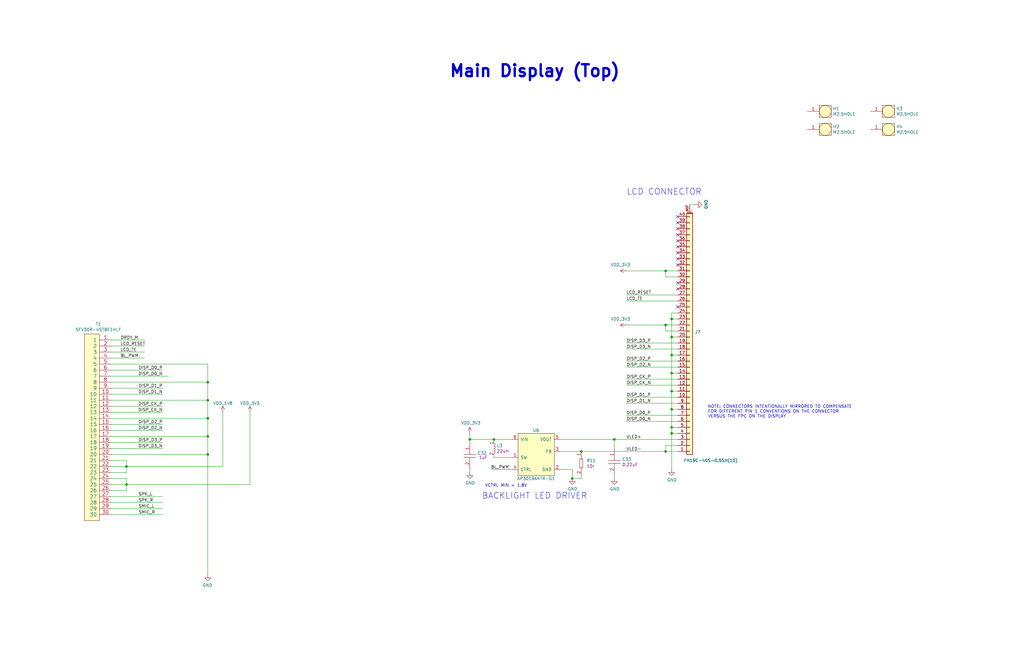
<source format=kicad_sch>
(kicad_sch (version 20230121) (generator eeschema)
  (paper "USLedger")
  (lib_symbols
    (symbol "Connector_Generic_MountingPin:Conn_01x40_MountingPin" (pin_names (offset 1.016) hide)
      (property "Reference" "J" (at 0 50.8 0))
      (property "Value" "Conn_01x40_MountingPin" (at 1.27 -53.34 0))
      (symbol "Conn_01x40_MountingPin_1_1"
        (rectangle (start -1.27 -50.673) (end 0 -50.927) (stroke (width 0.1524)))
        (rectangle (start -1.27 -48.133) (end 0 -48.387) (stroke (width 0.1524)))
        (rectangle (start -1.27 -45.593) (end 0 -45.847) (stroke (width 0.1524)))
        (rectangle (start -1.27 -43.053) (end 0 -43.307) (stroke (width 0.1524)))
        (rectangle (start -1.27 -40.513) (end 0 -40.767) (stroke (width 0.1524)))
        (rectangle (start -1.27 -37.973) (end 0 -38.227) (stroke (width 0.1524)))
        (rectangle (start -1.27 -35.433) (end 0 -35.687) (stroke (width 0.1524)))
        (rectangle (start -1.27 -32.893) (end 0 -33.147) (stroke (width 0.1524)))
        (rectangle (start -1.27 -30.353) (end 0 -30.607) (stroke (width 0.1524)))
        (rectangle (start -1.27 -27.813) (end 0 -28.067) (stroke (width 0.1524)))
        (rectangle (start -1.27 -25.273) (end 0 -25.527) (stroke (width 0.1524)))
        (rectangle (start -1.27 -22.733) (end 0 -22.987) (stroke (width 0.1524)))
        (rectangle (start -1.27 -20.193) (end 0 -20.447) (stroke (width 0.1524)))
        (rectangle (start -1.27 -17.653) (end 0 -17.907) (stroke (width 0.1524)))
        (rectangle (start -1.27 -15.113) (end 0 -15.367) (stroke (width 0.1524)))
        (rectangle (start -1.27 -12.573) (end 0 -12.827) (stroke (width 0.1524)))
        (rectangle (start -1.27 -10.033) (end 0 -10.287) (stroke (width 0.1524)))
        (rectangle (start -1.27 -7.493) (end 0 -7.747) (stroke (width 0.1524)))
        (rectangle (start -1.27 -4.953) (end 0 -5.207) (stroke (width 0.1524)))
        (rectangle (start -1.27 -2.413) (end 0 -2.667) (stroke (width 0.1524)))
        (rectangle (start -1.27 0.127) (end 0 -0.127) (stroke (width 0.1524)))
        (rectangle (start -1.27 2.667) (end 0 2.413) (stroke (width 0.1524)))
        (rectangle (start -1.27 5.207) (end 0 4.953) (stroke (width 0.1524)))
        (rectangle (start -1.27 7.747) (end 0 7.493) (stroke (width 0.1524)))
        (rectangle (start -1.27 10.287) (end 0 10.033) (stroke (width 0.1524)))
        (rectangle (start -1.27 12.827) (end 0 12.573) (stroke (width 0.1524)))
        (rectangle (start -1.27 15.367) (end 0 15.113) (stroke (width 0.1524)))
        (rectangle (start -1.27 17.907) (end 0 17.653) (stroke (width 0.1524)))
        (rectangle (start -1.27 20.447) (end 0 20.193) (stroke (width 0.1524)))
        (rectangle (start -1.27 22.987) (end 0 22.733) (stroke (width 0.1524)))
        (rectangle (start -1.27 25.527) (end 0 25.273) (stroke (width 0.1524)))
        (rectangle (start -1.27 28.067) (end 0 27.813) (stroke (width 0.1524)))
        (rectangle (start -1.27 30.607) (end 0 30.353) (stroke (width 0.1524)))
        (rectangle (start -1.27 33.147) (end 0 32.893) (stroke (width 0.1524)))
        (rectangle (start -1.27 35.687) (end 0 35.433) (stroke (width 0.1524)))
        (rectangle (start -1.27 38.227) (end 0 37.973) (stroke (width 0.1524)))
        (rectangle (start -1.27 40.767) (end 0 40.513) (stroke (width 0.1524)))
        (rectangle (start -1.27 43.307) (end 0 43.053) (stroke (width 0.1524)))
        (rectangle (start -1.27 45.847) (end 0 45.593) (stroke (width 0.1524)))
        (rectangle (start -1.27 48.387) (end 0 48.133) (stroke (width 0.1524)))
        (rectangle (start -1.27 49.53) (end 1.27 -52.07) (stroke (width 0.254)) (fill (type background)))
        (polyline (pts (xy -1.016 -52.832) (xy 1.016 -52.832)) (stroke (width 0.1524)))
        (text "Mounting" (at 0 -52.451 0) (effects (font (size 0.381 0.381))))
        (pin passive line (at -5.08 48.26 0) (length 3.81) (name "Pin_1") (number "1"))
        (pin passive line (at -5.08 25.4 0) (length 3.81) (name "Pin_10") (number "10"))
        (pin passive line (at -5.08 22.86 0) (length 3.81) (name "Pin_11") (number "11"))
        (pin passive line (at -5.08 20.32 0) (length 3.81) (name "Pin_12") (number "12"))
        (pin passive line (at -5.08 17.78 0) (length 3.81) (name "Pin_13") (number "13"))
        (pin passive line (at -5.08 15.24 0) (length 3.81) (name "Pin_14") (number "14"))
        (pin passive line (at -5.08 12.7 0) (length 3.81) (name "Pin_15") (number "15"))
        (pin passive line (at -5.08 10.16 0) (length 3.81) (name "Pin_16") (number "16"))
        (pin passive line (at -5.08 7.62 0) (length 3.81) (name "Pin_17") (number "17"))
        (pin passive line (at -5.08 5.08 0) (length 3.81) (name "Pin_18") (number "18"))
        (pin passive line (at -5.08 2.54 0) (length 3.81) (name "Pin_19") (number "19"))
        (pin passive line (at -5.08 45.72 0) (length 3.81) (name "Pin_2") (number "2"))
        (pin passive line (at -5.08 0 0) (length 3.81) (name "Pin_20") (number "20"))
        (pin passive line (at -5.08 -2.54 0) (length 3.81) (name "Pin_21") (number "21"))
        (pin passive line (at -5.08 -5.08 0) (length 3.81) (name "Pin_22") (number "22"))
        (pin passive line (at -5.08 -7.62 0) (length 3.81) (name "Pin_23") (number "23"))
        (pin passive line (at -5.08 -10.16 0) (length 3.81) (name "Pin_24") (number "24"))
        (pin passive line (at -5.08 -12.7 0) (length 3.81) (name "Pin_25") (number "25"))
        (pin passive line (at -5.08 -15.24 0) (length 3.81) (name "Pin_26") (number "26"))
        (pin passive line (at -5.08 -17.78 0) (length 3.81) (name "Pin_27") (number "27"))
        (pin passive line (at -5.08 -20.32 0) (length 3.81) (name "Pin_28") (number "28"))
        (pin passive line (at -5.08 -22.86 0) (length 3.81) (name "Pin_29") (number "29"))
        (pin passive line (at -5.08 43.18 0) (length 3.81) (name "Pin_3") (number "3"))
        (pin passive line (at -5.08 -25.4 0) (length 3.81) (name "Pin_30") (number "30"))
        (pin passive line (at -5.08 -27.94 0) (length 3.81) (name "Pin_31") (number "31"))
        (pin passive line (at -5.08 -30.48 0) (length 3.81) (name "Pin_32") (number "32"))
        (pin passive line (at -5.08 -33.02 0) (length 3.81) (name "Pin_33") (number "33"))
        (pin passive line (at -5.08 -35.56 0) (length 3.81) (name "Pin_34") (number "34"))
        (pin passive line (at -5.08 -38.1 0) (length 3.81) (name "Pin_35") (number "35"))
        (pin passive line (at -5.08 -40.64 0) (length 3.81) (name "Pin_36") (number "36"))
        (pin passive line (at -5.08 -43.18 0) (length 3.81) (name "Pin_37") (number "37"))
        (pin passive line (at -5.08 -45.72 0) (length 3.81) (name "Pin_38") (number "38"))
        (pin passive line (at -5.08 -48.26 0) (length 3.81) (name "Pin_39") (number "39"))
        (pin passive line (at -5.08 40.64 0) (length 3.81) (name "Pin_4") (number "4"))
        (pin passive line (at -5.08 -50.8 0) (length 3.81) (name "Pin_40") (number "40"))
        (pin passive line (at -5.08 38.1 0) (length 3.81) (name "Pin_5") (number "5"))
        (pin passive line (at -5.08 35.56 0) (length 3.81) (name "Pin_6") (number "6"))
        (pin passive line (at -5.08 33.02 0) (length 3.81) (name "Pin_7") (number "7"))
        (pin passive line (at -5.08 30.48 0) (length 3.81) (name "Pin_8") (number "8"))
        (pin passive line (at -5.08 27.94 0) (length 3.81) (name "Pin_9") (number "9"))
        (pin passive line (at 0 -55.88 90) (length 3.048) (name "MountPin") (number "MP"))
      )
    )
    (symbol "kimchi_ulid:AP3019AKTR-G1" (pin_names (offset 1.016))
      (property "Reference" "U" (at 0 6.35 0))
      (property "Value" "AP3019AKTR-G1" (at 0 -15.24 0))
      (symbol "AP3019AKTR-G1_0_1"
        (rectangle (start -7.62 5.08) (end 7.62 -12.7) (fill (type background)))
      )
      (symbol "AP3019AKTR-G1_1_1"
        (pin input line (at -10.16 -5.08 0) (length 2.54) (name "SW") (number "1"))
        (pin power_in line (at 10.16 -10.16 180) (length 2.54) (name "GND") (number "2"))
        (pin input line (at 10.16 -2.54 180) (length 2.54) (name "FB") (number "3"))
        (pin input line (at -10.16 -10.16 0) (length 2.54) (name "CTRL") (number "4"))
        (pin power_out line (at 10.16 2.54 180) (length 2.54) (name "VOUT") (number "5"))
        (pin power_in line (at -10.16 2.54 0) (length 2.54) (name "VIN") (number "6"))
      )
    )
    (symbol "kimchi_ulid:C0603C105K4PAC7411" (pin_names (offset 1.016))
      (property "Reference" "C" (at -2.54 2.54 0))
      (property "_Value_" "1uF" (at 58.42 63.5 0))
      (symbol "C0603C105K4PAC7411_1_1"
        (polyline (pts (xy 0 2.54) (xy 0 -2.54)))
        (polyline (pts (xy 1.27 2.54) (xy 1.27 -2.54)))
        (pin input line (at -5.08 0 0) (length 5.08) (name "~") (number "1"))
        (pin input line (at 6.35 0 180) (length 5.08) (name "~") (number "2"))
      )
    )
    (symbol "kimchi_ulid:CGA3E3X7R1H224K080AB" (pin_names (offset 1.016))
      (property "Reference" "C" (at -2.54 2.54 0))
      (property "_Value_" "0.22uF" (at 58.42 63.5 0))
      (symbol "CGA3E3X7R1H224K080AB_1_1"
        (polyline (pts (xy 0 2.54) (xy 0 -2.54)))
        (polyline (pts (xy 1.27 2.54) (xy 1.27 -2.54)))
        (pin input line (at -5.08 0 0) (length 5.08) (name "~") (number "1"))
        (pin input line (at 6.35 0 180) (length 5.08) (name "~") (number "2"))
      )
    )
    (symbol "kimchi_ulid:M2.5HOLE" (pin_names (offset 1.016))
      (property "Reference" "H" (at 0 -5.08 0))
      (property "Value" "M2.5HOLE" (at -2.54 5.08 0))
      (symbol "M2.5HOLE_0_1"
        (rectangle (start 0 2.54) (end 5.08 -2.54) (fill (type background)))
        (circle (center 2.54 0) (radius 2.54))
      )
      (symbol "M2.5HOLE_1_1"
        (pin passive line (at -5.08 0 0) (length 5.08) (name "~") (number "1"))
      )
    )
    (symbol "kimchi_ulid:RE0603FRE0710RL" (pin_names (offset 1.016))
      (property "Reference" "R" (at -2.54 2.54 0))
      (property "Value" "RE0603FRE0710RL" (at 1.27 5.08 0))
      (property "_Value_" "10r" (at 58.42 63.5 0))
      (symbol "RE0603FRE0710RL_0_1"
        (rectangle (start -1.905 0.635) (end 1.905 -0.635))
        (polyline (pts (xy -2.54 0) (xy -1.905 0)))
        (polyline (pts (xy -1.905 0) (xy -1.905 0)))
        (polyline (pts (xy 1.905 0) (xy 1.905 0)))
        (polyline (pts (xy 2.54 0) (xy 1.905 0)))
      )
      (symbol "RE0603FRE0710RL_1_1"
        (pin passive line (at -5.08 0 0) (length 2.5146) (name "~") (number "1"))
        (pin passive line (at 5.08 0 180) (length 2.5146) (name "~") (number "2"))
      )
    )
    (symbol "kimchi_ulid:SFV30R-4STBE1HLF" (pin_names (offset 1.016))
      (property "Reference" "T" (at -6.35 6.35 0))
      (property "Value" "SFV30R-4STBE1HLF" (at 7.62 -77.47 0))
      (symbol "SFV30R-4STBE1HLF_0_1"
        (rectangle (start 0 2.54) (end 6.35 -76.2) (fill (type background)))
      )
      (symbol "SFV30R-4STBE1HLF_1_1"
        (pin unspecified line (at -5.08 0 0) (length 5.08) (name "1") (number "1"))
        (pin unspecified line (at -5.08 -22.86 0) (length 5.08) (name "10") (number "10"))
        (pin unspecified line (at -5.08 -25.4 0) (length 5.08) (name "11") (number "11"))
        (pin unspecified line (at -5.08 -27.94 0) (length 5.08) (name "12") (number "12"))
        (pin unspecified line (at -5.08 -30.48 0) (length 5.08) (name "13") (number "13"))
        (pin unspecified line (at -5.08 -33.02 0) (length 5.08) (name "14") (number "14"))
        (pin unspecified line (at -5.08 -35.56 0) (length 5.08) (name "15") (number "15"))
        (pin unspecified line (at -5.08 -38.1 0) (length 5.08) (name "16") (number "16"))
        (pin unspecified line (at -5.08 -40.64 0) (length 5.08) (name "17") (number "17"))
        (pin unspecified line (at -5.08 -43.18 0) (length 5.08) (name "18") (number "18"))
        (pin unspecified line (at -5.08 -45.72 0) (length 5.08) (name "19") (number "19"))
        (pin unspecified line (at -5.08 -2.54 0) (length 5.08) (name "2") (number "2"))
        (pin unspecified line (at -5.08 -48.26 0) (length 5.08) (name "20") (number "20"))
        (pin unspecified line (at -5.08 -50.8 0) (length 5.08) (name "21") (number "21"))
        (pin unspecified line (at -5.08 -53.34 0) (length 5.08) (name "22") (number "22"))
        (pin unspecified line (at -5.08 -55.88 0) (length 5.08) (name "23") (number "23"))
        (pin unspecified line (at -5.08 -58.42 0) (length 5.08) (name "24") (number "24"))
        (pin unspecified line (at -5.08 -60.96 0) (length 5.08) (name "25") (number "25"))
        (pin unspecified line (at -5.08 -63.5 0) (length 5.08) (name "26") (number "26"))
        (pin unspecified line (at -5.08 -66.04 0) (length 5.08) (name "27") (number "27"))
        (pin unspecified line (at -5.08 -68.58 0) (length 5.08) (name "28") (number "28"))
        (pin unspecified line (at -5.08 -71.12 0) (length 5.08) (name "29") (number "29"))
        (pin unspecified line (at -5.08 -5.08 0) (length 5.08) (name "3") (number "3"))
        (pin unspecified line (at -5.08 -73.66 0) (length 5.08) (name "30") (number "30"))
        (pin unspecified line (at -5.08 -7.62 0) (length 5.08) (name "4") (number "4"))
        (pin unspecified line (at -5.08 -10.16 0) (length 5.08) (name "5") (number "5"))
        (pin unspecified line (at -5.08 -12.7 0) (length 5.08) (name "6") (number "6"))
        (pin unspecified line (at -5.08 -15.24 0) (length 5.08) (name "7") (number "7"))
        (pin unspecified line (at -5.08 -17.78 0) (length 5.08) (name "8") (number "8"))
        (pin unspecified line (at -5.08 -20.32 0) (length 5.08) (name "9") (number "9"))
      )
    )
    (symbol "kimchi_ulid:TYA4012220M-10" (pin_names (offset 1.016))
      (property "Reference" "L" (at -2.54 2.54 0))
      (property "_Value_" "22uH" (at 58.42 63.5 0))
      (symbol "TYA4012220M-10_1_1"
        (arc (start 0 -2.032) (mid 0.5058 -1.524) (end 0 -1.016))
        (arc (start 0 -1.016) (mid 0.5058 -0.508) (end 0 0))
        (arc (start 0 0) (mid 0.5058 0.508) (end 0 1.016))
        (arc (start 0 1.016) (mid 0.5058 1.524) (end 0 2.032))
        (pin passive line (at 0 2.54 270) (length 0.508) (name "~") (number "1"))
        (pin passive line (at 0 -2.54 90) (length 0.508) (name "~") (number "2"))
      )
    )
    (symbol "kimchi_ulid:VDD_1V8" (power) (pin_names (offset 0))
      (property "Value" "VDD_1V8" (at 0 3.556 0))
      (symbol "VDD_1V8_0_1"
        (polyline (pts (xy -0.762 1.27) (xy 0 2.54)))
        (polyline (pts (xy 0 0) (xy 0 2.54)))
        (polyline (pts (xy 0 2.54) (xy 0.762 1.27)))
      )
      (symbol "VDD_1V8_1_1"
        (pin power_in line (at 0 0 90) (length 0) hide (name "VDD_1V8") (number "1"))
      )
    )
    (symbol "kimchi_ulid:VDD_3V3" (power) (pin_names (offset 0))
      (property "Value" "VDD_3V3" (at 0 3.556 0))
      (symbol "VDD_3V3_0_1"
        (polyline (pts (xy -0.762 1.27) (xy 0 2.54)))
        (polyline (pts (xy 0 0) (xy 0 2.54)))
        (polyline (pts (xy 0 2.54) (xy 0.762 1.27)))
      )
      (symbol "VDD_3V3_1_1"
        (pin power_in line (at 0 0 90) (length 0) hide (name "VDD_3V3") (number "1"))
      )
    )
    (symbol "power:GND" (power) (pin_names (offset 0))
      (property "Value" "GND" (at 0 -3.81 0))
      (symbol "GND_0_1"
        (polyline (pts (xy 0 0) (xy 0 -1.27) (xy 1.27 -1.27) (xy 0 -2.54) (xy -1.27 -1.27) (xy 0 -1.27)))
      )
      (symbol "GND_1_1"
        (pin power_in line (at 0 0 270) (length 0) hide (name "GND") (number "1"))
      )
    )
  )
  (junction (at 87.63 184.15))
  (junction (at 280.67 190.5))
  (junction (at 283.21 165.1))
  (junction (at 87.63 191.77))
  (junction (at 280.67 114.3))
  (junction (at 241.3 201.93))
  (junction (at 283.21 172.72))
  (junction (at 283.21 157.48))
  (junction (at 87.63 168.91))
  (junction (at 208.28 185.42))
  (junction (at 53.34 204.47))
  (junction (at 280.67 137.16))
  (junction (at 245.11 190.5))
  (junction (at 53.34 196.85))
  (junction (at 283.21 142.24))
  (junction (at 259.08 185.42))
  (junction (at 198.12 185.42))
  (junction (at 283.21 182.88))
  (junction (at 283.21 149.86))
  (junction (at 87.63 161.29))
  (junction (at 283.21 180.34))
  (junction (at 283.21 134.62))
  (junction (at 87.63 176.53))
  (no_connect (at 285.75 119.38))
  (no_connect (at 285.75 106.68))
  (no_connect (at 285.75 99.06))
  (no_connect (at 285.75 93.98))
  (no_connect (at 285.75 111.76))
  (no_connect (at 285.75 121.92))
  (no_connect (at 285.75 91.44))
  (no_connect (at 285.75 96.52))
  (no_connect (at 285.75 101.6))
  (no_connect (at 285.75 129.54))
  (no_connect (at 285.75 109.22))
  (no_connect (at 285.75 104.14))
  (wire (pts (xy 46.99 176.53) (xy 87.63 176.53)))
  (wire (pts (xy 283.21 180.34) (xy 283.21 182.88)))
  (wire (pts (xy 46.99 158.75) (xy 71.12 158.75)))
  (wire (pts (xy 285.75 154.94) (xy 264.16 154.94)))
  (wire (pts (xy 46.99 163.83) (xy 68.58 163.83)))
  (wire (pts (xy 285.75 177.8) (xy 264.16 177.8)))
  (wire (pts (xy 285.75 165.1) (xy 283.21 165.1)))
  (wire (pts (xy 53.34 207.01) (xy 46.99 207.01)))
  (wire (pts (xy 53.34 201.93) (xy 53.34 204.47)))
  (wire (pts (xy 46.99 151.13) (xy 60.96 151.13)))
  (wire (pts (xy 87.63 184.15) (xy 87.63 191.77)))
  (wire (pts (xy 53.34 196.85) (xy 53.34 199.39)))
  (wire (pts (xy 285.75 180.34) (xy 283.21 180.34)))
  (wire (pts (xy 198.12 182.88) (xy 198.12 185.42)))
  (wire (pts (xy 46.99 196.85) (xy 53.34 196.85)))
  (wire (pts (xy 241.3 201.93) (xy 245.11 201.93)))
  (wire (pts (xy 285.75 114.3) (xy 280.67 114.3)))
  (wire (pts (xy 241.3 198.12) (xy 241.3 201.93)))
  (wire (pts (xy 280.67 187.96) (xy 280.67 190.5)))
  (wire (pts (xy 53.34 194.31) (xy 53.34 196.85)))
  (wire (pts (xy 46.99 143.51) (xy 60.96 143.51)))
  (wire (pts (xy 46.99 209.55) (xy 68.58 209.55)))
  (wire (pts (xy 280.67 137.16) (xy 264.16 137.16)))
  (wire (pts (xy 198.12 186.69) (xy 198.12 185.42)))
  (wire (pts (xy 46.99 171.45) (xy 68.58 171.45)))
  (wire (pts (xy 285.75 172.72) (xy 283.21 172.72)))
  (wire (pts (xy 285.75 132.08) (xy 283.21 132.08)))
  (wire (pts (xy 46.99 189.23) (xy 68.58 189.23)))
  (wire (pts (xy 53.34 199.39) (xy 46.99 199.39)))
  (wire (pts (xy 285.75 190.5) (xy 280.67 190.5)))
  (wire (pts (xy 46.99 153.67) (xy 87.63 153.67)))
  (wire (pts (xy 280.67 116.84) (xy 280.67 114.3)))
  (wire (pts (xy 93.98 173.99) (xy 93.98 196.85)))
  (wire (pts (xy 46.99 166.37) (xy 68.58 166.37)))
  (wire (pts (xy 46.99 212.09) (xy 68.58 212.09)))
  (wire (pts (xy 285.75 157.48) (xy 283.21 157.48)))
  (wire (pts (xy 46.99 148.59) (xy 60.96 148.59)))
  (wire (pts (xy 285.75 162.56) (xy 264.16 162.56)))
  (wire (pts (xy 285.75 167.64) (xy 264.16 167.64)))
  (wire (pts (xy 283.21 172.72) (xy 283.21 180.34)))
  (wire (pts (xy 280.67 114.3) (xy 264.16 114.3)))
  (wire (pts (xy 46.99 191.77) (xy 87.63 191.77)))
  (wire (pts (xy 87.63 176.53) (xy 87.63 184.15)))
  (wire (pts (xy 46.99 194.31) (xy 53.34 194.31)))
  (wire (pts (xy 68.58 186.69) (xy 46.99 186.69)))
  (wire (pts (xy 283.21 134.62) (xy 283.21 142.24)))
  (wire (pts (xy 283.21 165.1) (xy 283.21 172.72)))
  (wire (pts (xy 283.21 149.86) (xy 283.21 157.48)))
  (wire (pts (xy 215.9 185.42) (xy 208.28 185.42)))
  (wire (pts (xy 285.75 139.7) (xy 280.67 139.7)))
  (wire (pts (xy 87.63 168.91) (xy 87.63 176.53)))
  (wire (pts (xy 285.75 170.18) (xy 264.16 170.18)))
  (wire (pts (xy 285.75 134.62) (xy 283.21 134.62)))
  (wire (pts (xy 283.21 157.48) (xy 283.21 165.1)))
  (wire (pts (xy 46.99 217.17) (xy 68.58 217.17)))
  (wire (pts (xy 236.22 185.42) (xy 259.08 185.42)))
  (wire (pts (xy 280.67 139.7) (xy 280.67 137.16)))
  (wire (pts (xy 46.99 168.91) (xy 87.63 168.91)))
  (wire (pts (xy 285.75 127) (xy 264.16 127)))
  (wire (pts (xy 285.75 152.4) (xy 264.16 152.4)))
  (wire (pts (xy 236.22 198.12) (xy 241.3 198.12)))
  (wire (pts (xy 46.99 156.21) (xy 68.58 156.21)))
  (wire (pts (xy 245.11 190.5) (xy 280.67 190.5)))
  (wire (pts (xy 208.28 185.42) (xy 198.12 185.42)))
  (wire (pts (xy 285.75 142.24) (xy 283.21 142.24)))
  (wire (pts (xy 245.11 201.93) (xy 245.11 200.66)))
  (wire (pts (xy 46.99 146.05) (xy 60.96 146.05)))
  (wire (pts (xy 285.75 116.84) (xy 280.67 116.84)))
  (wire (pts (xy 198.12 198.12) (xy 198.12 199.39)))
  (wire (pts (xy 259.08 189.23) (xy 259.08 185.42)))
  (wire (pts (xy 215.9 198.12) (xy 207.01 198.12)))
  (wire (pts (xy 46.99 204.47) (xy 53.34 204.47)))
  (wire (pts (xy 285.75 187.96) (xy 280.67 187.96)))
  (wire (pts (xy 46.99 161.29) (xy 87.63 161.29)))
  (wire (pts (xy 285.75 147.32) (xy 264.16 147.32)))
  (wire (pts (xy 53.34 204.47) (xy 105.41 204.47)))
  (wire (pts (xy 46.99 201.93) (xy 53.34 201.93)))
  (wire (pts (xy 285.75 182.88) (xy 283.21 182.88)))
  (wire (pts (xy 87.63 161.29) (xy 87.63 168.91)))
  (wire (pts (xy 215.9 193.04) (xy 208.28 193.04)))
  (wire (pts (xy 259.08 185.42) (xy 285.75 185.42)))
  (wire (pts (xy 283.21 132.08) (xy 283.21 134.62)))
  (wire (pts (xy 285.75 149.86) (xy 283.21 149.86)))
  (wire (pts (xy 208.28 186.69) (xy 208.28 185.42)))
  (wire (pts (xy 259.08 200.66) (xy 259.08 201.93)))
  (wire (pts (xy 208.28 193.04) (xy 208.28 191.77)))
  (wire (pts (xy 236.22 190.5) (xy 245.11 190.5)))
  (wire (pts (xy 46.99 214.63) (xy 68.58 214.63)))
  (wire (pts (xy 46.99 173.99) (xy 68.58 173.99)))
  (wire (pts (xy 285.75 160.02) (xy 264.16 160.02)))
  (wire (pts (xy 105.41 173.99) (xy 105.41 204.47)))
  (wire (pts (xy 87.63 153.67) (xy 87.63 161.29)))
  (wire (pts (xy 53.34 196.85) (xy 93.98 196.85)))
  (wire (pts (xy 87.63 191.77) (xy 87.63 242.57)))
  (wire (pts (xy 46.99 184.15) (xy 87.63 184.15)))
  (wire (pts (xy 285.75 137.16) (xy 280.67 137.16)))
  (wire (pts (xy 290.83 86.36) (xy 293.37 86.36)))
  (wire (pts (xy 283.21 182.88) (xy 283.21 198.12)))
  (wire (pts (xy 283.21 142.24) (xy 283.21 149.86)))
  (wire (pts (xy 53.34 204.47) (xy 53.34 207.01)))
  (wire (pts (xy 285.75 124.46) (xy 264.16 124.46)))
  (wire (pts (xy 264.16 144.78) (xy 285.75 144.78)))
  (wire (pts (xy 46.99 181.61) (xy 68.58 181.61)))
  (wire (pts (xy 285.75 175.26) (xy 264.16 175.26)))
  (wire (pts (xy 46.99 179.07) (xy 68.58 179.07)))
  (text "NOTE: CONNECTORS INTENTIONALLY MIRRORED TO COMPENSATE\nFOR DIFFERENT PIN 1 CONVENTIONS ON THE CONNECTOR\nVERSUS THE FPC ON THE DISPLAY" (at 298.45 176.53 0) (effects (font (size 1.27 1.27)) (justify left bottom)))
  (text "BACKLIGHT LED DRIVER" (at 203.2 210.82 0) (effects (font (size 2.54 2.54)) (justify left bottom)))
  (text "Main Display (Top)" (at 189.23 33.02 0) (effects (font (size 5.0038 5.0038) (thickness 1.0008) bold) (justify left bottom)))
  (text "VCTRL MIN = 1.8V" (at 204.47 205.74 0) (effects (font (size 1.27 1.27)) (justify left bottom)))
  (text "LCD CONNECTOR" (at 264.16 82.55 0) (effects (font (size 2.54 2.54)) (justify left bottom)))
  (label "DISP_D1_N" (at 264.16 170.18 0))
  (label "LCD_RESET" (at 264.16 124.46 0))
  (label "DISP_CK_N" (at 264.16 162.56 0))
  (label "VLED-" (at 264.16 190.5 0))
  (label "DISP_D2_N" (at 264.16 154.94 0))
  (label "SPK_R" (at 58.42 212.09 0))
  (label "DISP_D3_N" (at 264.16 147.32 0))
  (label "DISP_D2_P" (at 68.58 179.07 180))
  (label "LCD_RESET" (at 50.8 146.05 0))
  (label "SMIC_R" (at 58.42 217.17 0))
  (label "DISP_D3_P" (at 68.58 186.69 180))
  (label "DISP_D3_P" (at 264.16 144.78 0))
  (label "DISP_D0_N" (at 264.16 177.8 0))
  (label "DISP_D0_P" (at 68.58 156.21 180))
  (label "DISP_D3_N" (at 68.58 189.23 180))
  (label "DISP_CK_P" (at 68.58 171.45 180))
  (label "LCD_TE" (at 264.16 127 0))
  (label "DISP_D2_P" (at 264.16 152.4 0))
  (label "BL_PWM" (at 207.01 198.12 0))
  (label "DISP_CK_P" (at 264.16 160.02 0))
  (label "DISP_D1_P" (at 264.16 167.64 0))
  (label "DISP_D0_N" (at 68.58 158.75 180))
  (label "DISP_D2_N" (at 68.58 181.61 180))
  (label "DRDY_M" (at 50.8 143.51 0))
  (label "VLED+" (at 264.16 185.42 0))
  (label "SPK_L" (at 58.42 209.55 0))
  (label "LCD_TE" (at 50.8 148.59 0))
  (label "SMIC_L" (at 58.42 214.63 0))
  (label "BL_PWM" (at 50.8 151.13 0))
  (label "DISP_D1_P" (at 68.58 163.83 180))
  (label "DISP_D0_P" (at 264.16 175.26 0))
  (label "DISP_CK_N" (at 68.58 173.99 180))
  (label "DISP_D1_N" (at 68.58 166.37 180))
  (symbol (lib_id "kimchi_ulid:AP3019AKTR-G1") (at 226.06 187.96 0) (unit 1)
    (property "Reference" "U6" (at 226.06 181.61 0))
    (property "Value" "AP3019AKTR-G1" (at 226.06 201.93 0))
    (property "Footprint" "kimchi_ulid:SOT-23-6_Handsoldering" (effects hide))
    (property "Part" "AP3019AKTR-G1" (effects hide))
  )
  (symbol (lib_id "power:GND") (at 241.3 201.93 0) (unit 1)
    (property "Reference" "#PWR054" (effects hide))
    (property "Value" "GND" (at 241.427 206.3242 0))
  )
  (symbol (lib_id "power:GND") (at 198.12 199.39 0) (unit 1)
    (property "Reference" "#PWR049" (effects hide))
    (property "Value" "GND" (at 198.247 203.7842 0))
  )
  (symbol (lib_id "power:GND") (at 259.08 201.93 0) (unit 1)
    (property "Reference" "#PWR061" (effects hide))
    (property "Value" "GND" (at 259.207 206.3242 0))
  )
  (symbol (lib_id "kimchi_ulid:VDD_3V3") (at 198.12 182.88 0) (unit 1)
    (property "Reference" "#PWR048" (effects hide))
    (property "Value" "VDD_3V3" (at 198.501 178.4858 0))
  )
  (symbol (lib_id "Connector_Generic_MountingPin:Conn_01x40_MountingPin") (at 290.83 142.24 0) (mirror x) (unit 1)
    (property "Reference" "J7" (at 293.0398 140.1064 0) (effects (justify left)))
    (property "Value" "FH19C-40S-0.5SH(10)" (at 288.29 194.31 0) (effects (justify left)))
    (property "Footprint" "kimchi_ulid:HRS_FH19C-40S-0.5SH_1x40-1MP_P0.50mm" (effects hide))
    (property "Part" "FH19C-40S-0.5SH(10)" (effects hide))
  )
  (symbol (lib_id "power:GND") (at 293.37 86.36 90) (unit 1)
    (property "Reference" "#PWR065" (effects hide))
    (property "Value" "GND" (at 297.7642 86.233 0))
  )
  (symbol (lib_id "power:GND") (at 283.21 198.12 0) (unit 1)
    (property "Reference" "#PWR064" (effects hide))
    (property "Value" "GND" (at 283.337 202.5142 0))
  )
  (symbol (lib_id "kimchi_ulid:VDD_3V3") (at 264.16 137.16 90) (unit 1)
    (property "Reference" "#PWR063" (effects hide))
    (property "Value" "VDD_3V3" (at 261.62 134.62 90))
  )
  (symbol (lib_id "kimchi_ulid:VDD_3V3") (at 264.16 114.3 90) (unit 1)
    (property "Reference" "#PWR062" (effects hide))
    (property "Value" "VDD_3V3" (at 261.62 111.76 90))
  )
  (symbol (lib_id "kimchi_ulid:RE0603FRE0710RL") (at 245.11 195.58 270) (unit 1)
    (property "Reference" "R11" (at 247.3198 194.4116 90) (effects (justify left)))
    (property "Value" "RE0603FRE0710RL" (effects hide))
    (property "Footprint" "kimchi_ulid:R0603" (effects hide))
    (property "Datasheet" "https://www.yageo.com/upload/media/product/productsearch/datasheet/rchip/PYu-RE_105_RoHS_L_6.pdf" (effects hide))
    (property "Cost QTY: 1" "0.10000" (effects hide))
    (property "Cost QTY: 1000" "0.01007" (effects hide))
    (property "Cost QTY: 2500" "0.00874" (effects hide))
    (property "Cost QTY: 5000" "0.00722" (effects hide))
    (property "Cost QTY: 10000" "0.00627" (effects hide))
    (property "MFR" "Yageo" (effects hide))
    (property "MFR#" "RE0603FRE0710RL" (effects hide))
    (property "Vendor" "Digikey" (effects hide))
    (property "Vendor #" "13-RE0603FRE0710RLCT-ND" (effects hide))
    (property "Designer" "AVR" (effects hide))
    (property "Height" "0.4mm" (effects hide))
    (property "Date Created" "1/27/2021" (effects hide))
    (property "Date Modified" "1/27/2021" (effects hide))
    (property "Lead-Free ?" "Yes" (effects hide))
    (property "RoHS Levels" "1" (effects hide))
    (property "Mounting" "SMT" (effects hide))
    (property "Pin Count #" "2" (effects hide))
    (property "Status" "Active" (effects hide))
    (property "Tolerance" "1%" (effects hide))
    (property "Type" "Thick Film Resistor" (effects hide))
    (property "Voltage" "*" (effects hide))
    (property "Package" "0603" (effects hide))
    (property "_Value_" "10r" (at 247.3198 196.723 90) (effects (justify left)))
    (property "Management_ID" "*" (effects hide))
    (property "Description" "10 Ohms ±1% 0.1W, 1/10W Chip Resistor 0603 (1608 Metric) Moisture Resistant Thick Film" (effects hide))
  )
  (symbol (lib_id "kimchi_ulid:C0603C105K4PAC7411") (at 198.12 191.77 270) (unit 1)
    (property "Reference" "C32" (at 201.3712 191.2366 90) (effects (justify left)))
    (property "Value" "C0603C105K4PAC7411" (effects hide))
    (property "Footprint" "kimchi_ulid:C0603" (effects hide))
    (property "Datasheet" "https://content.kemet.com/datasheets/KEM_C1006_X5R_SMD.pdf" (effects hide))
    (property "Cost QTY: 1" "0.12000" (effects hide))
    (property "Cost QTY: 1000" "0.08600" (effects hide))
    (property "Cost QTY: 2500" "*" (effects hide))
    (property "Cost QTY: 5000" "*" (effects hide))
    (property "Cost QTY: 10000" "*" (effects hide))
    (property "MFR" "KEMET" (effects hide))
    (property "MFR#" "C0603C105K4PAC7411" (effects hide))
    (property "Vendor" "Digikey" (effects hide))
    (property "Vendor #" "399-C0603C105K4PAC7411TR-ND" (effects hide))
    (property "Designer" "AVR" (effects hide))
    (property "Height" "0.90mm" (effects hide))
    (property "Date Created" "1/27/2021" (effects hide))
    (property "Date Modified" "1/27/2021" (effects hide))
    (property "Lead-Free ?" "Yes" (effects hide))
    (property "RoHS Levels" "1" (effects hide))
    (property "Mounting" "SMT" (effects hide))
    (property "Pin Count #" "2" (effects hide))
    (property "Status" "Active" (effects hide))
    (property "Tolerance" "20%" (effects hide))
    (property "Type" "Ceramic Cap" (effects hide))
    (property "Voltage" "16V" (effects hide))
    (property "Package" "0603" (effects hide))
    (property "Description" "1µF ±10% 16V Ceramic Capacitor X5R 0603 (1608 Metric)" (effects hide))
    (property "_Value_" "1uF" (at 201.93 193.04 90) (effects (justify left)))
    (property "Management_ID" "*" (effects hide))
  )
  (symbol (lib_id "kimchi_ulid:TYA4012220M-10") (at 208.28 189.23 0) (unit 1)
    (property "Reference" "L3" (at 209.4992 188.0616 0) (effects (justify left)))
    (property "Value" "TYA4012220M-10" (effects hide))
    (property "Footprint" "kimchi_ulid:L_Taiyo-Yuden_MD-4040" (effects hide))
    (property "Datasheet" "https://www.laird.com/sites/default/files/2020-05/TYA4012%20series%20%28Rev%20A%29.pdf" (effects hide))
    (property "Cost QTY: 1" "0.42000" (effects hide))
    (property "Cost QTY: 1000" "0.16619" (effects hide))
    (property "Cost QTY: 2500" "*" (effects hide))
    (property "Cost QTY: 5000" "*" (effects hide))
    (property "Cost QTY: 10000" "*" (effects hide))
    (property "MFR" "Laird-Signal Integrity Products" (effects hide))
    (property "MFR#" "TYA4012220M-10" (effects hide))
    (property "Vendor" "Digikey" (effects hide))
    (property "Vendor #" "240-TYA4012220M-10TR-ND" (effects hide))
    (property "Designer" "AVR" (effects hide))
    (property "Height" "1.65mm" (effects hide))
    (property "Date Created" "1/27/2021" (effects hide))
    (property "Date Modified" "1/27/2021" (effects hide))
    (property "Lead-Free ?" "Yes" (effects hide))
    (property "RoHS Levels" "1" (effects hide))
    (property "Mounting" "SMT" (effects hide))
    (property "Pin Count #" "2" (effects hide))
    (property "Status" "Active" (effects hide))
    (property "Tolerance" "*" (effects hide))
    (property "Type" "Inductor" (effects hide))
    (property "Voltage" "*" (effects hide))
    (property "Package" "0603" (effects hide))
    (property "_Value_" "22uH" (at 209.4992 190.373 0) (effects (justify left)))
    (property "Management_ID" "*" (effects hide))
    (property "Description" "22µH Shielded Wirewound Inductor 800mA 800mOhm Max Nonstandard " (effects hide))
  )
  (symbol (lib_id "kimchi_ulid:M2.5HOLE") (at 345.44 46.99 0) (unit 1)
    (property "Reference" "H1" (at 351.2312 45.8216 0) (effects (justify left)))
    (property "Value" "M2.5HOLE" (at 351.2312 48.133 0) (effects (justify left)))
    (property "Footprint" "kimchi_ulid:M2.5HOLE" (effects hide))
  )
  (symbol (lib_id "kimchi_ulid:M2.5HOLE") (at 345.44 54.61 0) (unit 1)
    (property "Reference" "H2" (at 351.2312 53.4416 0) (effects (justify left)))
    (property "Value" "M2.5HOLE" (at 351.2312 55.753 0) (effects (justify left)))
    (property "Footprint" "kimchi_ulid:M2.5HOLE" (effects hide))
  )
  (symbol (lib_id "kimchi_ulid:M2.5HOLE") (at 372.11 54.61 0) (unit 1)
    (property "Reference" "H4" (at 377.9012 53.4416 0) (effects (justify left)))
    (property "Value" "M2.5HOLE" (at 377.9012 55.753 0) (effects (justify left)))
    (property "Footprint" "kimchi_ulid:M2.5HOLE" (effects hide))
  )
  (symbol (lib_id "kimchi_ulid:M2.5HOLE") (at 372.11 46.99 0) (unit 1)
    (property "Reference" "H3" (at 377.9012 45.8216 0) (effects (justify left)))
    (property "Value" "M2.5HOLE" (at 377.9012 48.133 0) (effects (justify left)))
    (property "Footprint" "kimchi_ulid:M2.5HOLE" (effects hide))
  )
  (symbol (lib_id "kimchi_ulid:CGA3E3X7R1H224K080AB") (at 259.08 194.31 270) (unit 1)
    (property "Reference" "C33" (at 262.3312 193.7766 90) (effects (justify left)))
    (property "Value" "CGA3E3X7R1H224K080AB" (effects hide))
    (property "Footprint" "kimchi_ulid:C0603" (effects hide))
    (property "Datasheet" "https://product.tdk.com/info/en/catalog/spec/mlccspec_automotive_general_en.pdf?ref_disty=digikey" (effects hide))
    (property "Cost QTY: 1" "0.19000" (effects hide))
    (property "Cost QTY: 1000" "0.04023" (effects hide))
    (property "Cost QTY: 2500" "*" (effects hide))
    (property "Cost QTY: 5000" "*" (effects hide))
    (property "Cost QTY: 10000" "*" (effects hide))
    (property "MFR" "TDK Corporation" (effects hide))
    (property "MFR#" "CGA3E3X7R1H224K080AB" (effects hide))
    (property "Vendor" "Digikey" (effects hide))
    (property "Vendor #" "445-6926-2-ND" (effects hide))
    (property "Designer" "AVR" (effects hide))
    (property "Height" "0.90mm" (effects hide))
    (property "Date Created" "1/27/2021" (effects hide))
    (property "Date Modified" "1/27/2021" (effects hide))
    (property "Lead-Free ?" "Yes" (effects hide))
    (property "RoHS Levels" "1" (effects hide))
    (property "Mounting" "SMT" (effects hide))
    (property "Pin Count #" "2" (effects hide))
    (property "Status" "Active" (effects hide))
    (property "Tolerance" "10%" (effects hide))
    (property "Type" "Ceramic Cap" (effects hide))
    (property "Voltage" "50V" (effects hide))
    (property "Package" "0603" (effects hide))
    (property "Description" "0.22µF ±10% 50V Ceramic Capacitor X7R 0603 (1608 Metric)" (effects hide))
    (property "_Value_" "0.22uF" (at 262.3312 196.088 90) (effects (justify left)))
    (property "Management_ID" "*" (effects hide))
  )
  (symbol (lib_id "kimchi_ulid:SFV30R-4STBE1HLF") (at 41.91 143.51 0) (mirror y) (unit 1)
    (property "Reference" "T1" (at 41.4782 136.779 0))
    (property "Value" "SFV30R-4STBE1HLF" (at 41.4782 139.0904 0))
    (property "Footprint" "kimchi_ulid:SFV30R-4STBE1HLF" (effects hide))
    (property "Datasheet" "https://cdn.amphenol-icc.com/media/wysiwyg/files/documentation/gs-12-645.pdf" (effects hide))
  )
  (symbol (lib_id "kimchi_ulid:VDD_3V3") (at 105.41 173.99 0) (mirror y) (unit 1)
    (property "Reference" "#PWR0101" (effects hide))
    (property "Value" "VDD_3V3" (at 105.41 170.18 0))
  )
  (symbol (lib_id "kimchi_ulid:VDD_1V8") (at 93.98 173.99 0) (mirror y) (unit 1)
    (property "Reference" "#PWR0102" (effects hide))
    (property "Value" "VDD_1V8" (at 93.98 170.18 0))
  )
  (symbol (lib_id "power:GND") (at 87.63 242.57 0) (mirror y) (unit 1)
    (property "Reference" "#PWR0103" (effects hide))
    (property "Value" "GND" (at 87.503 246.9642 0))
  )
)
</source>
